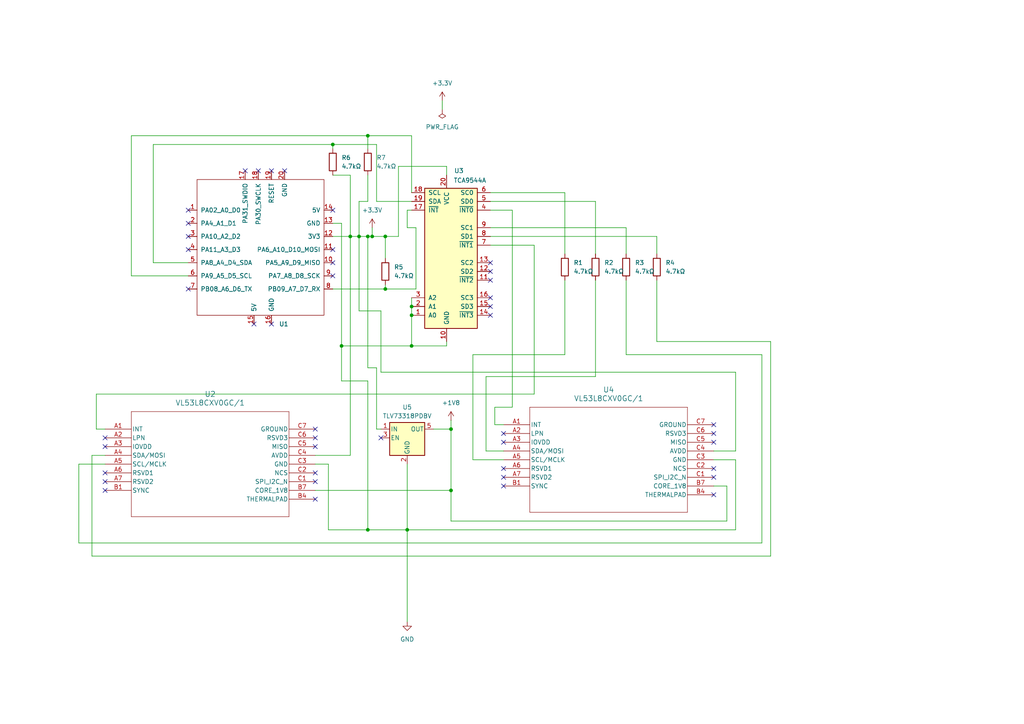
<source format=kicad_sch>
(kicad_sch (version 20231120) (generator "eeschema") (generator_version "8.0")
  (paper "A4")
  (lib_symbols
    (symbol "Device:R" (pin_numbers hide) (pin_names (offset 0))
      (property "Reference" "R" (at 2.032 0 90))
      (property "Value" "R" (at 0 0 90))
      (symbol "R_0_1"
        (rectangle (start -1.016 -2.54) (end 1.016 2.54) (stroke (width 0.254)))
      )
      (symbol "R_1_1"
        (pin passive line (at 0 3.81 270) (length 1.27) (name "~") (number "1"))
        (pin passive line (at 0 -3.81 90) (length 1.27) (name "~") (number "2"))
      )
    )
    (symbol "Interface_Expansion:TCA9544A" (pin_names (offset 1.016))
      (property "Reference" "U" (at -5.08 20.32 0))
      (property "Value" "TCA9544A" (at 2.54 20.32 0))
      (symbol "TCA9544A_0_1"
        (rectangle (start -6.35 19.05) (end 8.89 -21.59) (stroke (width 0.254)) (fill (type background)))
      )
      (symbol "TCA9544A_1_1"
        (pin input line (at -10.16 -17.78 0) (length 3.81) (name "A0") (number "1"))
        (pin power_in line (at 0 -25.4 90) (length 3.81) (name "GND") (number "10"))
        (pin input line (at 12.7 -7.62 180) (length 3.81) (name "~{INT2}") (number "11"))
        (pin bidirectional line (at 12.7 -5.08 180) (length 3.81) (name "SD2") (number "12"))
        (pin bidirectional line (at 12.7 -2.54 180) (length 3.81) (name "SC2") (number "13"))
        (pin input line (at 12.7 -17.78 180) (length 3.81) (name "~{INT3}") (number "14"))
        (pin bidirectional line (at 12.7 -15.24 180) (length 3.81) (name "SD3") (number "15"))
        (pin bidirectional line (at 12.7 -12.7 180) (length 3.81) (name "SC3") (number "16"))
        (pin open_collector line (at -10.16 12.7 0) (length 3.81) (name "~{INT}") (number "17"))
        (pin bidirectional line (at -10.16 17.78 0) (length 3.81) (name "SCL") (number "18"))
        (pin bidirectional line (at -10.16 15.24 0) (length 3.81) (name "SDA") (number "19"))
        (pin input line (at -10.16 -15.24 0) (length 3.81) (name "A1") (number "2"))
        (pin power_in line (at 0 22.86 270) (length 3.81) (name "VCC") (number "20"))
        (pin input line (at -10.16 -12.7 0) (length 3.81) (name "A2") (number "3"))
        (pin input line (at 12.7 12.7 180) (length 3.81) (name "~{INT0}") (number "4"))
        (pin bidirectional line (at 12.7 15.24 180) (length 3.81) (name "SD0") (number "5"))
        (pin bidirectional line (at 12.7 17.78 180) (length 3.81) (name "SC0") (number "6"))
        (pin input line (at 12.7 2.54 180) (length 3.81) (name "~{INT1}") (number "7"))
        (pin bidirectional line (at 12.7 5.08 180) (length 3.81) (name "SD1") (number "8"))
        (pin bidirectional line (at 12.7 7.62 180) (length 3.81) (name "SC1") (number "9"))
      )
    )
    (symbol "Regulator_Linear:TLV73318PDBV" (pin_names (offset 0.254))
      (property "Reference" "U5" (at 0 8.89 0))
      (property "Value" "TLV73318PDBV" (at 0 6.35 0))
      (symbol "TLV73318PDBV_0_1"
        (rectangle (start -5.08 4.445) (end 5.08 -5.08) (stroke (width 0.254)) (fill (type background)))
      )
      (symbol "TLV73318PDBV_1_1"
        (pin power_in line (at -7.62 2.54 0) (length 2.54) (name "IN") (number "1"))
        (pin power_out line (at 0 -7.62 90) (length 2.54) (name "GND") (number "2"))
        (pin input line (at -7.62 0 0) (length 2.54) (name "EN") (number "3"))
        (pin no_connect line (at 5.08 0 180) (length 2.54) hide (name "NC") (number "4"))
        (pin power_out line (at 7.62 2.54 180) (length 2.54) (name "OUT") (number "5"))
      )
    )
    (symbol "Seeeduino XIAO:SeeeduinoXIAO" (pin_names (offset 1.016))
      (property "Reference" "U" (at -19.05 22.86 0))
      (property "Value" "SeeeduinoXIAO" (at -12.7 21.59 0))
      (symbol "SeeeduinoXIAO_0_1"
        (rectangle (start -19.05 20.32) (end 17.78 -19.05))
      )
      (symbol "SeeeduinoXIAO_1_1"
        (pin unspecified line (at -21.59 11.43 0) (length 2.54) (name "PA02_A0_D0") (number "1"))
        (pin unspecified line (at 20.32 -3.81 180) (length 2.54) (name "PA5_A9_D9_MISO") (number "10"))
        (pin unspecified line (at 20.32 0 180) (length 2.54) (name "PA6_A10_D10_MOSI") (number "11"))
        (pin unspecified line (at 20.32 3.81 180) (length 2.54) (name "3V3") (number "12"))
        (pin unspecified line (at 20.32 7.62 180) (length 2.54) (name "GND") (number "13"))
        (pin unspecified line (at 20.32 11.43 180) (length 2.54) (name "5V") (number "14"))
        (pin input line (at -2.54 -21.59 90) (length 2.54) (name "5V") (number "15"))
        (pin input line (at 2.54 -21.59 90) (length 2.54) (name "GND") (number "16"))
        (pin input line (at -5.08 22.86 270) (length 2.54) (name "PA31_SWDIO") (number "17"))
        (pin input line (at -1.27 22.86 270) (length 2.54) (name "PA30_SWCLK") (number "18"))
        (pin input line (at 2.54 22.86 270) (length 2.54) (name "RESET") (number "19"))
        (pin unspecified line (at -21.59 7.62 0) (length 2.54) (name "PA4_A1_D1") (number "2"))
        (pin input line (at 6.35 22.86 270) (length 2.54) (name "GND") (number "20"))
        (pin unspecified line (at -21.59 3.81 0) (length 2.54) (name "PA10_A2_D2") (number "3"))
        (pin unspecified line (at -21.59 0 0) (length 2.54) (name "PA11_A3_D3") (number "4"))
        (pin unspecified line (at -21.59 -3.81 0) (length 2.54) (name "PA8_A4_D4_SDA") (number "5"))
        (pin unspecified line (at -21.59 -7.62 0) (length 2.54) (name "PA9_A5_D5_SCL") (number "6"))
        (pin unspecified line (at -21.59 -11.43 0) (length 2.54) (name "PB08_A6_D6_TX") (number "7"))
        (pin unspecified line (at 20.32 -11.43 180) (length 2.54) (name "PB09_A7_D7_RX") (number "8"))
        (pin unspecified line (at 20.32 -7.62 180) (length 2.54) (name "PA7_A8_D8_SCK") (number "9"))
      )
    )
    (symbol "VL53L8CX:VL53L8CXV0GC_1" (pin_names (offset 0.254))
      (property "Reference" "U4" (at 30.48 10.16 0))
      (property "Value" "VL53L8CXV0GC/1" (at 30.48 7.62 0))
      (symbol "VL53L8CXV0GC_1_0_1"
        (polyline (pts (xy 7.62 -25.4) (xy 53.34 -25.4)) (stroke (width 0.127)))
        (polyline (pts (xy 7.62 5.08) (xy 7.62 -25.4)) (stroke (width 0.127)))
        (polyline (pts (xy 53.34 -25.4) (xy 53.34 5.08)) (stroke (width 0.127)))
        (polyline (pts (xy 53.34 5.08) (xy 7.62 5.08)) (stroke (width 0.127)))
        (pin bidirectional line (at 0 0 0) (length 7.62) (name "INT") (number "A1"))
        (pin input line (at 0 -2.54 0) (length 7.62) (name "LPN") (number "A2"))
        (pin power_in line (at 0 -5.08 0) (length 7.62) (name "IOVDD") (number "A3"))
        (pin bidirectional line (at 0 -7.62 0) (length 7.62) (name "SDA/MOSI") (number "A4"))
        (pin input line (at 0 -10.16 0) (length 7.62) (name "SCL/MCLK") (number "A5"))
        (pin unspecified line (at 0 -12.7 0) (length 7.62) (name "RSVD1") (number "A6"))
        (pin unspecified line (at 0 -15.24 0) (length 7.62) (name "RSVD2") (number "A7"))
        (pin bidirectional line (at 0 -17.78 0) (length 7.62) (name "SYNC") (number "B1"))
        (pin power_out line (at 60.96 -20.32 180) (length 7.62) (name "THERMALPAD") (number "B4"))
        (pin power_in line (at 60.96 -17.78 180) (length 7.62) (name "CORE_1V8") (number "B7"))
        (pin input line (at 60.96 -15.24 180) (length 7.62) (name "SPI_I2C_N") (number "C1"))
        (pin input line (at 60.96 -12.7 180) (length 7.62) (name "NCS") (number "C2"))
        (pin power_in line (at 60.96 -7.62 180) (length 7.62) (name "AVDD") (number "C4"))
        (pin output line (at 60.96 -5.08 180) (length 7.62) (name "MISO") (number "C5"))
        (pin unspecified line (at 60.96 -2.54 180) (length 7.62) (name "RSVD3") (number "C6"))
        (pin power_out line (at 60.96 0 180) (length 7.62) (name "GROUND") (number "C7"))
      )
      (symbol "VL53L8CXV0GC_1_1_1"
        (pin input line (at 60.96 -10.16 180) (length 7.62) (name "GND") (number "C3"))
      )
    )
    (symbol "VL53L8CXV0GC_1_1" (pin_names (offset 0.254))
      (property "Reference" "U2" (at 30.48 10.16 0))
      (property "Value" "VL53L8CXV0GC/1" (at 30.48 7.62 0))
      (symbol "VL53L8CXV0GC_1_1_0_1"
        (polyline (pts (xy 7.62 -25.4) (xy 53.34 -25.4)) (stroke (width 0.127)))
        (polyline (pts (xy 7.62 5.08) (xy 7.62 -25.4)) (stroke (width 0.127)))
        (polyline (pts (xy 53.34 -25.4) (xy 53.34 5.08)) (stroke (width 0.127)))
        (polyline (pts (xy 53.34 5.08) (xy 7.62 5.08)) (stroke (width 0.127)))
        (pin bidirectional line (at 0 0 0) (length 7.62) (name "INT") (number "A1"))
        (pin input line (at 0 -2.54 0) (length 7.62) (name "LPN") (number "A2"))
        (pin power_in line (at 0 -5.08 0) (length 7.62) (name "IOVDD") (number "A3"))
        (pin bidirectional line (at 0 -7.62 0) (length 7.62) (name "SDA/MOSI") (number "A4"))
        (pin input line (at 0 -10.16 0) (length 7.62) (name "SCL/MCLK") (number "A5"))
        (pin unspecified line (at 0 -12.7 0) (length 7.62) (name "RSVD1") (number "A6"))
        (pin unspecified line (at 0 -15.24 0) (length 7.62) (name "RSVD2") (number "A7"))
        (pin bidirectional line (at 0 -17.78 0) (length 7.62) (name "SYNC") (number "B1"))
        (pin power_out line (at 60.96 -20.32 180) (length 7.62) (name "THERMALPAD") (number "B4"))
        (pin power_in line (at 60.96 -17.78 180) (length 7.62) (name "CORE_1V8") (number "B7"))
        (pin input line (at 60.96 -15.24 180) (length 7.62) (name "SPI_I2C_N") (number "C1"))
        (pin input line (at 60.96 -12.7 180) (length 7.62) (name "NCS") (number "C2"))
        (pin power_in line (at 60.96 -7.62 180) (length 7.62) (name "AVDD") (number "C4"))
        (pin output line (at 60.96 -5.08 180) (length 7.62) (name "MISO") (number "C5"))
        (pin unspecified line (at 60.96 -2.54 180) (length 7.62) (name "RSVD3") (number "C6"))
        (pin power_out line (at 60.96 0 180) (length 7.62) (name "GROUND") (number "C7"))
      )
      (symbol "VL53L8CXV0GC_1_1_1_1"
        (pin input line (at 60.96 -10.16 180) (length 7.62) (name "GND") (number "C3"))
      )
    )
    (symbol "power:+1V8" (power) (pin_numbers hide) (pin_names (offset 0) hide)
      (property "Value" "+1V8" (at 0 3.556 0))
      (symbol "+1V8_0_1"
        (polyline (pts (xy -0.762 1.27) (xy 0 2.54)))
        (polyline (pts (xy 0 0) (xy 0 2.54)))
        (polyline (pts (xy 0 2.54) (xy 0.762 1.27)))
      )
      (symbol "+1V8_1_1"
        (pin power_in line (at 0 0 90) (length 0) (name "~") (number "1"))
      )
    )
    (symbol "power:+3.3V" (power) (pin_numbers hide) (pin_names (offset 0) hide)
      (property "Value" "+3.3V" (at 0 3.556 0))
      (symbol "+3.3V_0_1"
        (polyline (pts (xy -0.762 1.27) (xy 0 2.54)))
        (polyline (pts (xy 0 0) (xy 0 2.54)))
        (polyline (pts (xy 0 2.54) (xy 0.762 1.27)))
      )
      (symbol "+3.3V_1_1"
        (pin power_in line (at 0 0 90) (length 0) (name "~") (number "1"))
      )
    )
    (symbol "power:GND" (power) (pin_numbers hide) (pin_names (offset 0) hide)
      (property "Value" "GND" (at 0 -3.81 0))
      (symbol "GND_0_1"
        (polyline (pts (xy 0 0) (xy 0 -1.27) (xy 1.27 -1.27) (xy 0 -2.54) (xy -1.27 -1.27) (xy 0 -1.27)))
      )
      (symbol "GND_1_1"
        (pin power_in line (at 0 0 270) (length 0) (name "~") (number "1"))
      )
    )
    (symbol "power:PWR_FLAG" (power) (pin_numbers hide) (pin_names (offset 0) hide)
      (property "Value" "PWR_FLAG" (at 0 3.81 0))
      (symbol "PWR_FLAG_0_0"
        (pin power_out line (at 0 0 90) (length 0) (name "~") (number "1"))
      )
      (symbol "PWR_FLAG_0_1"
        (polyline (pts (xy 0 0) (xy 0 1.27) (xy -1.016 1.905) (xy 0 2.54) (xy 1.016 1.905) (xy 0 1.27)))
      )
    )
  )
  (junction (at 111.76 68.58))
  (junction (at 119.38 100.33))
  (junction (at 101.6 68.58))
  (junction (at 111.76 83.82))
  (junction (at 106.68 153.67))
  (junction (at 99.06 100.33))
  (junction (at 96.52 41.91))
  (junction (at 130.81 124.46))
  (junction (at 107.95 68.58))
  (junction (at 119.38 91.44))
  (junction (at 106.68 68.58))
  (junction (at 106.68 39.37))
  (junction (at 104.14 68.58))
  (junction (at 130.81 142.24))
  (junction (at 119.38 88.9))
  (junction (at 118.11 153.67))
  (no_connect (at 96.52 72.39))
  (no_connect (at 78.74 93.98))
  (no_connect (at 30.48 127))
  (no_connect (at 96.52 60.96))
  (no_connect (at 207.01 143.51))
  (no_connect (at 91.44 144.78))
  (no_connect (at 146.05 138.43))
  (no_connect (at 91.44 127))
  (no_connect (at 146.05 140.97))
  (no_connect (at 30.48 129.54))
  (no_connect (at 207.01 135.89))
  (no_connect (at 30.48 142.24))
  (no_connect (at 110.49 127))
  (no_connect (at 142.24 81.28))
  (no_connect (at 71.12 49.53))
  (no_connect (at 73.66 93.98))
  (no_connect (at 142.24 86.36))
  (no_connect (at 78.74 49.53))
  (no_connect (at 54.61 72.39))
  (no_connect (at 142.24 88.9))
  (no_connect (at 207.01 123.19))
  (no_connect (at 146.05 135.89))
  (no_connect (at 82.55 49.53))
  (no_connect (at 30.48 139.7))
  (no_connect (at 54.61 64.77))
  (no_connect (at 74.93 49.53))
  (no_connect (at 146.05 125.73))
  (no_connect (at 142.24 91.44))
  (no_connect (at 142.24 76.2))
  (no_connect (at 207.01 125.73))
  (no_connect (at 96.52 80.01))
  (no_connect (at 146.05 128.27))
  (no_connect (at 54.61 83.82))
  (no_connect (at 54.61 60.96))
  (no_connect (at 142.24 78.74))
  (no_connect (at 30.48 137.16))
  (no_connect (at 91.44 129.54))
  (no_connect (at 91.44 139.7))
  (no_connect (at 96.52 76.2))
  (no_connect (at 207.01 138.43))
  (no_connect (at 207.01 128.27))
  (no_connect (at 54.61 68.58))
  (no_connect (at 91.44 124.46))
  (no_connect (at 91.44 137.16))
  (wire (pts (xy 106.68 68.58) (xy 107.95 68.58)))
  (wire (pts (xy 104.14 90.17) (xy 104.14 68.58)))
  (wire (pts (xy 148.59 118.11) (xy 143.51 118.11)))
  (wire (pts (xy 118.11 66.04) (xy 118.11 60.96)))
  (wire (pts (xy 181.61 102.87) (xy 220.98 102.87)))
  (wire (pts (xy 143.51 123.19) (xy 146.05 123.19)))
  (wire (pts (xy 142.24 55.88) (xy 163.83 55.88)))
  (wire (pts (xy 101.6 68.58) (xy 104.14 68.58)))
  (wire (pts (xy 125.73 124.46) (xy 130.81 124.46)))
  (wire (pts (xy 118.11 60.96) (xy 119.38 60.96)))
  (wire (pts (xy 22.86 157.48) (xy 22.86 134.62)))
  (wire (pts (xy 119.38 86.36) (xy 119.38 88.9)))
  (wire (pts (xy 44.45 76.2) (xy 44.45 41.91)))
  (wire (pts (xy 104.14 68.58) (xy 106.68 68.58)))
  (wire (pts (xy 220.98 157.48) (xy 22.86 157.48)))
  (wire (pts (xy 154.94 71.12) (xy 154.94 114.3)))
  (wire (pts (xy 119.38 100.33) (xy 129.54 100.33)))
  (wire (pts (xy 106.68 110.49) (xy 106.68 153.67)))
  (wire (pts (xy 190.5 68.58) (xy 190.5 73.66)))
  (wire (pts (xy 142.24 71.12) (xy 154.94 71.12)))
  (wire (pts (xy 213.36 153.67) (xy 213.36 133.35)))
  (wire (pts (xy 213.36 130.81) (xy 213.36 107.95)))
  (wire (pts (xy 118.11 153.67) (xy 106.68 153.67)))
  (wire (pts (xy 110.49 90.17) (xy 104.14 90.17)))
  (wire (pts (xy 223.52 99.06) (xy 223.52 161.29)))
  (wire (pts (xy 27.94 124.46) (xy 30.48 124.46)))
  (wire (pts (xy 109.22 106.68) (xy 109.22 124.46)))
  (wire (pts (xy 172.72 58.42) (xy 172.72 73.66)))
  (wire (pts (xy 130.81 121.92) (xy 130.81 124.46)))
  (wire (pts (xy 54.61 76.2) (xy 44.45 76.2)))
  (wire (pts (xy 163.83 102.87) (xy 137.16 102.87)))
  (wire (pts (xy 190.5 99.06) (xy 223.52 99.06)))
  (wire (pts (xy 129.54 48.26) (xy 129.54 50.8)))
  (wire (pts (xy 111.76 83.82) (xy 111.76 82.55)))
  (wire (pts (xy 172.72 109.22) (xy 140.97 109.22)))
  (wire (pts (xy 137.16 133.35) (xy 146.05 133.35)))
  (wire (pts (xy 106.68 58.42) (xy 104.14 58.42)))
  (wire (pts (xy 119.38 91.44) (xy 119.38 100.33)))
  (wire (pts (xy 120.65 66.04) (xy 118.11 66.04)))
  (wire (pts (xy 96.52 41.91) (xy 109.22 41.91)))
  (wire (pts (xy 118.11 134.62) (xy 118.11 153.67)))
  (wire (pts (xy 106.68 153.67) (xy 95.25 153.67)))
  (wire (pts (xy 99.06 100.33) (xy 119.38 100.33)))
  (wire (pts (xy 207.01 140.97) (xy 210.82 140.97)))
  (wire (pts (xy 111.76 68.58) (xy 115.57 68.58)))
  (wire (pts (xy 99.06 100.33) (xy 99.06 110.49)))
  (wire (pts (xy 172.72 81.28) (xy 172.72 109.22)))
  (wire (pts (xy 137.16 102.87) (xy 137.16 133.35)))
  (wire (pts (xy 109.22 58.42) (xy 119.38 58.42)))
  (wire (pts (xy 96.52 41.91) (xy 96.52 43.18)))
  (wire (pts (xy 115.57 68.58) (xy 115.57 48.26)))
  (wire (pts (xy 115.57 48.26) (xy 129.54 48.26)))
  (wire (pts (xy 96.52 83.82) (xy 111.76 83.82)))
  (wire (pts (xy 111.76 68.58) (xy 111.76 74.93)))
  (wire (pts (xy 128.27 29.21) (xy 128.27 31.75)))
  (wire (pts (xy 106.68 39.37) (xy 106.68 43.18)))
  (wire (pts (xy 38.1 39.37) (xy 106.68 39.37)))
  (wire (pts (xy 106.68 68.58) (xy 106.68 106.68)))
  (wire (pts (xy 101.6 50.8) (xy 101.6 68.58)))
  (wire (pts (xy 142.24 58.42) (xy 172.72 58.42)))
  (wire (pts (xy 129.54 99.06) (xy 129.54 100.33)))
  (wire (pts (xy 22.86 134.62) (xy 30.48 134.62)))
  (wire (pts (xy 110.49 107.95) (xy 110.49 90.17)))
  (wire (pts (xy 107.95 66.04) (xy 107.95 68.58)))
  (wire (pts (xy 130.81 124.46) (xy 130.81 142.24)))
  (wire (pts (xy 106.68 39.37) (xy 119.38 39.37)))
  (wire (pts (xy 120.65 83.82) (xy 120.65 66.04)))
  (wire (pts (xy 96.52 68.58) (xy 101.6 68.58)))
  (wire (pts (xy 96.52 50.8) (xy 101.6 50.8)))
  (wire (pts (xy 163.83 55.88) (xy 163.83 73.66)))
  (wire (pts (xy 190.5 81.28) (xy 190.5 99.06)))
  (wire (pts (xy 104.14 58.42) (xy 104.14 68.58)))
  (wire (pts (xy 106.68 110.49) (xy 99.06 110.49)))
  (wire (pts (xy 99.06 64.77) (xy 96.52 64.77)))
  (wire (pts (xy 148.59 60.96) (xy 148.59 118.11)))
  (wire (pts (xy 207.01 130.81) (xy 213.36 130.81)))
  (wire (pts (xy 111.76 83.82) (xy 120.65 83.82)))
  (wire (pts (xy 106.68 50.8) (xy 106.68 58.42)))
  (wire (pts (xy 143.51 118.11) (xy 143.51 123.19)))
  (wire (pts (xy 223.52 161.29) (xy 26.67 161.29)))
  (wire (pts (xy 181.61 66.04) (xy 181.61 73.66)))
  (wire (pts (xy 26.67 161.29) (xy 26.67 132.08)))
  (wire (pts (xy 109.22 41.91) (xy 109.22 58.42)))
  (wire (pts (xy 54.61 80.01) (xy 38.1 80.01)))
  (wire (pts (xy 119.38 39.37) (xy 119.38 55.88)))
  (wire (pts (xy 154.94 114.3) (xy 27.94 114.3)))
  (wire (pts (xy 95.25 134.62) (xy 91.44 134.62)))
  (wire (pts (xy 27.94 114.3) (xy 27.94 124.46)))
  (wire (pts (xy 210.82 151.13) (xy 210.82 140.97)))
  (wire (pts (xy 109.22 124.46) (xy 110.49 124.46)))
  (wire (pts (xy 130.81 142.24) (xy 91.44 142.24)))
  (wire (pts (xy 38.1 80.01) (xy 38.1 39.37)))
  (wire (pts (xy 140.97 130.81) (xy 146.05 130.81)))
  (wire (pts (xy 220.98 102.87) (xy 220.98 157.48)))
  (wire (pts (xy 44.45 41.91) (xy 96.52 41.91)))
  (wire (pts (xy 130.81 142.24) (xy 130.81 151.13)))
  (wire (pts (xy 213.36 107.95) (xy 110.49 107.95)))
  (wire (pts (xy 142.24 60.96) (xy 148.59 60.96)))
  (wire (pts (xy 163.83 81.28) (xy 163.83 102.87)))
  (wire (pts (xy 118.11 153.67) (xy 213.36 153.67)))
  (wire (pts (xy 101.6 68.58) (xy 101.6 132.08)))
  (wire (pts (xy 119.38 88.9) (xy 119.38 91.44)))
  (wire (pts (xy 181.61 81.28) (xy 181.61 102.87)))
  (wire (pts (xy 99.06 64.77) (xy 99.06 100.33)))
  (wire (pts (xy 101.6 132.08) (xy 91.44 132.08)))
  (wire (pts (xy 142.24 66.04) (xy 181.61 66.04)))
  (wire (pts (xy 107.95 68.58) (xy 111.76 68.58)))
  (wire (pts (xy 130.81 151.13) (xy 210.82 151.13)))
  (wire (pts (xy 213.36 133.35) (xy 207.01 133.35)))
  (wire (pts (xy 142.24 68.58) (xy 190.5 68.58)))
  (wire (pts (xy 140.97 109.22) (xy 140.97 130.81)))
  (wire (pts (xy 26.67 132.08) (xy 30.48 132.08)))
  (wire (pts (xy 118.11 153.67) (xy 118.11 180.34)))
  (wire (pts (xy 95.25 153.67) (xy 95.25 134.62)))
  (wire (pts (xy 106.68 106.68) (xy 109.22 106.68)))
  (symbol (lib_id "Device:R") (at 172.72 77.47 0) (unit 1)
    (property "Reference" "R2" (at 175.26 76.1999 0) (effects (justify left)))
    (property "Value" "4.7kΩ" (at 175.26 78.7399 0) (effects (justify left)))
    (property "Footprint" "Resistor_THT:R_Axial_DIN0204_L3.6mm_D1.6mm_P5.08mm_Horizontal" (effects (hide yes)))
    (property "Description" "Resistor" (effects (hide yes)))
  )
  (symbol (lib_id "Device:R") (at 111.76 78.74 0) (unit 1)
    (property "Reference" "R5" (at 114.3 77.4699 0) (effects (justify left)))
    (property "Value" "4.7kΩ" (at 114.3 80.0099 0) (effects (justify left)))
    (property "Footprint" "Resistor_THT:R_Axial_DIN0204_L3.6mm_D1.6mm_P5.08mm_Horizontal" (effects (hide yes)))
    (property "Description" "Resistor" (effects (hide yes)))
  )
  (symbol (lib_id "Device:R") (at 163.83 77.47 0) (unit 1)
    (property "Reference" "R1" (at 166.37 76.1999 0) (effects (justify left)))
    (property "Value" "4.7kΩ" (at 166.37 78.7399 0) (effects (justify left)))
    (property "Footprint" "Resistor_THT:R_Axial_DIN0204_L3.6mm_D1.6mm_P5.08mm_Horizontal" (effects (hide yes)))
    (property "Description" "Resistor" (effects (hide yes)))
  )
  (symbol (lib_id "Device:R") (at 96.52 46.99 0) (unit 1)
    (property "Reference" "R6" (at 99.06 45.7199 0) (effects (justify left)))
    (property "Value" "4.7kΩ" (at 99.06 48.2599 0) (effects (justify left)))
    (property "Footprint" "Resistor_THT:R_Axial_DIN0204_L3.6mm_D1.6mm_P5.08mm_Horizontal" (effects (hide yes)))
    (property "Description" "Resistor" (effects (hide yes)))
  )
  (symbol (lib_id "Seeeduino XIAO:SeeeduinoXIAO") (at 76.2 72.39 0) (unit 1)
    (property "Reference" "U1" (at 80.9341 93.98 0) (effects (justify left)))
    (property "Value" "SeeeduinoXIAO" (effects (hide yes)))
    (property "Footprint" "SeeedStudio XIAO:Seeeduino_XIAO-MOUDLE14P-2.54-21X17.8MM" (effects (hide yes)))
  )
  (symbol (lib_id "Device:R") (at 106.68 46.99 0) (unit 1)
    (property "Reference" "R7" (at 109.22 45.7199 0) (effects (justify left)))
    (property "Value" "4.7kΩ" (at 109.22 48.2599 0) (effects (justify left)))
    (property "Footprint" "Resistor_THT:R_Axial_DIN0204_L3.6mm_D1.6mm_P5.08mm_Horizontal" (effects (hide yes)))
    (property "Description" "Resistor" (effects (hide yes)))
  )
  (symbol (lib_id "Regulator_Linear:TLV73318PDBV") (at 118.11 127 0) (unit 1)
    (property "Reference" "U5" (at 118.11 118.11 0))
    (property "Value" "TLV73318PDBV" (at 118.11 120.65 0))
    (property "Footprint" "Package_TO_SOT_SMD:SOT-23-5" (effects (hide yes)))
    (property "Datasheet" "http://www.ti.com/lit/ds/symlink/tlv733p.pdf" (effects (hide yes)))
    (property "Description" "300mA Capacitor-Free Low Dropout Voltage Regulator, Fixed Output 1.8V, SOT-23-5" (effects (hide yes)))
  )
  (symbol (lib_id "power:GND") (at 118.11 180.34 0) (unit 1)
    (property "Reference" "#PWR02" (effects (hide yes)))
    (property "Value" "GND" (at 118.11 185.42 0))
    (property "Description" "Power symbol creates a global label with name \"GND\" , ground" (effects (hide yes)))
  )
  (symbol (lib_id "power:+1V8") (at 130.81 121.92 0) (unit 1)
    (property "Reference" "#PWR03" (effects (hide yes)))
    (property "Value" "+1V8" (at 130.81 116.84 0))
    (property "Description" "Power symbol creates a global label with name \"+1V8\"" (effects (hide yes)))
  )
  (symbol (lib_id "power:+3.3V") (at 128.27 29.21 0) (unit 1)
    (property "Reference" "#PWR04" (effects (hide yes)))
    (property "Value" "+3.3V" (at 128.27 24.13 0))
    (property "Description" "Power symbol creates a global label with name \"+3.3V\"" (effects (hide yes)))
  )
  (symbol (lib_id "Device:R") (at 181.61 77.47 0) (unit 1)
    (property "Reference" "R3" (at 184.15 76.1999 0) (effects (justify left)))
    (property "Value" "4.7kΩ" (at 184.15 78.7399 0) (effects (justify left)))
    (property "Footprint" "Resistor_THT:R_Axial_DIN0204_L3.6mm_D1.6mm_P5.08mm_Horizontal" (effects (hide yes)))
    (property "Description" "Resistor" (effects (hide yes)))
  )
  (symbol (lib_id "VL53L8CX:VL53L8CXV0GC_1") (at 146.05 123.19 0) (unit 1)
    (property "Reference" "U4" (at 176.53 113.03 0) (effects (font (size 1.524 1.524))))
    (property "Value" "VL53L8CXV0GC/1" (at 176.53 115.57 0) (effects (font (size 1.524 1.524))))
    (property "Footprint" "VL53L8CX:IC17_LGA16_STM" (effects (hide yes)))
    (property "Datasheet" "VL53L8CXV0GC/1" (effects (hide yes)))
  )
  (symbol (lib_id "Interface_Expansion:TCA9544A") (at 129.54 73.66 0) (unit 1)
    (property "Reference" "U3" (at 131.7341 49.53 0) (effects (justify left)))
    (property "Value" "TCA9544A" (at 131.572 52.324 0) (effects (justify left)))
    (property "Footprint" "Package_SO:TSSOP-20_4.4x6.5mm_P0.65mm" (effects (hide yes)))
    (property "Datasheet" "http://www.ti.com/lit/ds/symlink/tca9544a.pdf" (effects (hide yes)))
    (property "Description" "I2C Hub, 4 Channels, Interrupts, TSSOP-20" (effects (hide yes)))
  )
  (symbol (lib_id "power:PWR_FLAG") (at 128.27 31.75 180) (unit 1)
    (property "Reference" "#FLG01" (effects (hide yes)))
    (property "Value" "PWR_FLAG" (at 128.27 36.83 0))
    (property "Description" "Special symbol for telling ERC where power comes from" (effects (hide yes)))
  )
  (symbol (lib_id "Device:R") (at 190.5 77.47 0) (unit 1)
    (property "Reference" "R4" (at 193.04 76.1999 0) (effects (justify left)))
    (property "Value" "4.7kΩ" (at 193.04 78.7399 0) (effects (justify left)))
    (property "Footprint" "Resistor_THT:R_Axial_DIN0204_L3.6mm_D1.6mm_P5.08mm_Horizontal" (effects (hide yes)))
    (property "Description" "Resistor" (effects (hide yes)))
  )
  (symbol (lib_name "VL53L8CXV0GC_1_1") (lib_id "VL53L8CX:VL53L8CXV0GC_1") (at 30.48 124.46 0) (unit 1)
    (property "Reference" "U2" (at 60.96 114.3 0) (effects (font (size 1.524 1.524))))
    (property "Value" "VL53L8CXV0GC/1" (at 60.96 116.84 0) (effects (font (size 1.524 1.524))))
    (property "Footprint" "VL53L8CX:IC17_LGA16_STM" (effects (hide yes)))
    (property "Datasheet" "VL53L8CXV0GC/1" (effects (hide yes)))
  )
  (symbol (lib_id "power:+3.3V") (at 107.95 66.04 0) (unit 1)
    (property "Reference" "#PWR01" (effects (hide yes)))
    (property "Value" "+3.3V" (at 107.95 60.96 0))
    (property "Description" "Power symbol creates a global label with name \"+3.3V\"" (effects (hide yes)))
  )
)
</source>
